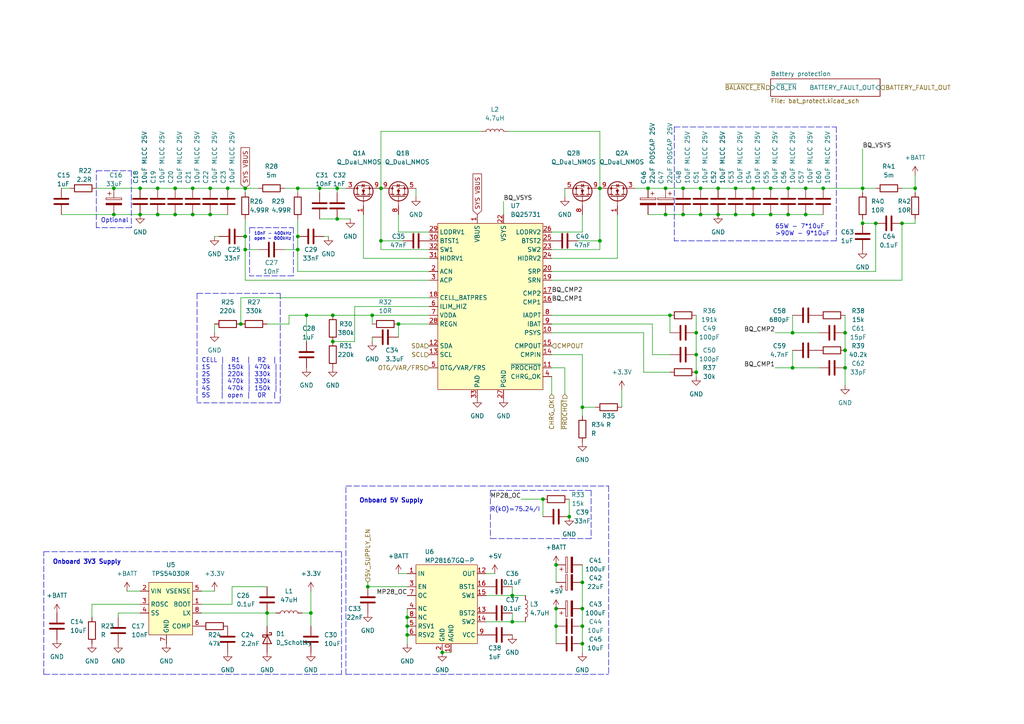
<source format=kicad_sch>
(kicad_sch (version 20211123) (generator eeschema)
  (paper "A4")
  (lib_symbols
    (symbol "Device:C" (pin_numbers hide) (pin_names (offset 0.254))
      (property "Reference" "C" (at 0.635 2.54 0))
      (property "Value" "C" (at 0.635 -2.54 0))
      (symbol "C_1_1"
        (pin passive line (at 0 3.81 270) (length 2.794) (name "~") (number "1"))
        (pin passive line (at 0 -3.81 90) (length 2.794) (name "~") (number "2"))
      )
    )
    (symbol "Device:C_Polarized" (pin_numbers hide) (pin_names (offset 0.254))
      (property "Reference" "C" (at 0.635 2.54 0))
      (property "Value" "C_Polarized" (at 0.635 -2.54 0))
      (symbol "C_Polarized_1_1"
        (pin passive line (at 0 3.81 270) (length 2.794) (name "~") (number "1"))
        (pin passive line (at 0 -3.81 90) (length 2.794) (name "~") (number "2"))
      )
    )
    (symbol "Device:D_Schottky" (pin_numbers hide) (pin_names (offset 1.016) hide)
      (property "Reference" "D" (at 0 2.54 0))
      (property "Value" "D_Schottky" (at 0 -2.54 0))
      (symbol "D_Schottky_1_1"
        (pin passive line (at -3.81 0 0) (length 2.54) (name "K") (number "1"))
        (pin passive line (at 3.81 0 180) (length 2.54) (name "A") (number "2"))
      )
    )
    (symbol "Device:L" (pin_numbers hide) (pin_names (offset 1.016) hide)
      (property "Reference" "L" (at -1.27 0 90))
      (property "Value" "L" (at 1.905 0 90))
      (symbol "L_1_1"
        (pin passive line (at 0 3.81 270) (length 1.27) (name "1") (number "1"))
        (pin passive line (at 0 -3.81 90) (length 1.27) (name "2") (number "2"))
      )
    )
    (symbol "Device:R" (pin_numbers hide) (pin_names (offset 0))
      (property "Reference" "R" (at 2.032 0 90))
      (property "Value" "R" (at 0 0 90))
      (symbol "R_1_1"
        (pin passive line (at 0 3.81 270) (length 1.27) (name "~") (number "1"))
        (pin passive line (at 0 -3.81 90) (length 1.27) (name "~") (number "2"))
      )
    )
    (symbol "airsoft_controller:BQ25731"
      (property "Reference" "U" (at 7.62 27.94 0))
      (property "Value" "BQ25731" (at 11.43 25.4 0))
      (symbol "BQ25731_0_0"
        (pin passive line (at -3.81 26.67 270) (length 2.54) (name "VBUS") (number "1"))
        (pin output line (at 17.78 -7.62 180) (length 2.54) (name "PSYS") (number "10"))
        (pin output line (at 17.78 -17.78 180) (length 2.54) (name "~{PROCHOT}") (number "11"))
        (pin bidirectional line (at -17.78 -11.43 0) (length 2.54) (name "SDA") (number "12"))
        (pin bidirectional line (at -17.78 -13.97 0) (length 2.54) (name "SCL") (number "13"))
        (pin input line (at 17.78 -13.97 180) (length 2.54) (name "CMPIN") (number "14"))
        (pin output line (at 17.78 -11.43 180) (length 2.54) (name "CMPOUT") (number "15"))
        (pin input line (at 17.78 1.27 180) (length 2.54) (name "CMP1") (number "16"))
        (pin input line (at 17.78 3.81 180) (length 2.54) (name "CMP2") (number "17"))
        (pin input line (at -17.78 2.54 0) (length 2.54) (name "CELL_BATPRES") (number "18"))
        (pin input line (at 17.78 7.62 180) (length 2.54) (name "SRN") (number "19"))
        (pin input line (at -17.78 10.16 0) (length 2.54) (name "ACN") (number "2"))
        (pin input line (at 17.78 10.16 180) (length 2.54) (name "SRP") (number "20"))
        (pin no_connect line (at -17.78 -21.59 0) (length 2.54) hide (name "NC") (number "21"))
        (pin input line (at 3.81 26.67 270) (length 2.54) (name "VSYS") (number "22"))
        (pin output line (at 17.78 16.51 180) (length 2.54) (name "SW2") (number "23"))
        (pin output line (at 17.78 13.97 180) (length 2.54) (name "HIDRV2") (number "24"))
        (pin passive line (at 17.78 19.05 180) (length 2.54) (name "BTST2") (number "25"))
        (pin output line (at 17.78 21.59 180) (length 2.54) (name "LODRV2") (number "26"))
        (pin passive line (at 3.81 -26.67 90) (length 2.54) (name "PGND") (number "27"))
        (pin power_out line (at -17.78 -5.08 0) (length 2.54) (name "REGN") (number "28"))
        (pin output line (at -17.78 21.59 0) (length 2.54) (name "LODRV1") (number "29"))
        (pin input line (at -17.78 7.62 0) (length 2.54) (name "ACP") (number "3"))
        (pin passive line (at -17.78 19.05 0) (length 2.54) (name "BTST1") (number "30"))
        (pin output line (at -17.78 13.97 0) (length 2.54) (name "HIDRV1") (number "31"))
        (pin output line (at -17.78 16.51 0) (length 2.54) (name "SW1") (number "32"))
        (pin passive line (at -3.81 -26.67 90) (length 2.54) (name "PAD") (number "33"))
        (pin output line (at 17.78 -20.32 180) (length 2.54) (name "CHRG_OK") (number "4"))
        (pin input line (at -17.78 -17.78 0) (length 2.54) (name "OTG/VAR/FRS") (number "5"))
        (pin input line (at -17.78 0 0) (length 2.54) (name "ILIM_HIZ") (number "6"))
        (pin passive line (at -17.78 -2.54 0) (length 2.54) (name "VDDA") (number "7"))
        (pin output line (at 17.78 -2.54 180) (length 2.54) (name "IADPT") (number "8"))
        (pin output line (at 17.78 -5.08 180) (length 2.54) (name "IBAT") (number "9"))
      )
    )
    (symbol "airsoft_controller:MP28167GQ-P"
      (property "Reference" "U" (at 5.08 15.24 0))
      (property "Value" "MP28167GQ-P" (at 11.43 12.7 0))
      (symbol "MP28167GQ-P_0_0"
        (pin passive line (at -11.43 8.89 0) (length 2.54) (name "IN") (number "1"))
        (pin passive line (at 1.27 -13.97 90) (length 2.54) (name "AGND") (number "10"))
        (pin passive line (at -1.27 -13.97 90) (length 2.54) hide (name "GND") (number "11"))
        (pin power_out line (at 11.43 8.89 180) (length 2.54) (name "OUT") (number "12"))
        (pin passive line (at 11.43 -2.54 180) (length 2.54) (name "BST2") (number "13"))
        (pin passive line (at 11.43 -5.08 180) (length 2.54) (name "SW2") (number "14"))
        (pin passive line (at 11.43 2.54 180) (length 2.54) (name "SW1") (number "15"))
        (pin passive line (at 11.43 5.08 180) (length 2.54) (name "BST1") (number "16"))
        (pin passive line (at -1.27 -13.97 90) (length 2.54) (name "GND") (number "2"))
        (pin input line (at -11.43 5.08 0) (length 2.54) (name "EN") (number "3"))
        (pin free line (at -11.43 -1.27 0) (length 2.54) (name "NC") (number "4"))
        (pin passive line (at -11.43 -6.35 0) (length 2.54) (name "RSV1") (number "5"))
        (pin passive line (at -11.43 -8.89 0) (length 2.54) (name "RSV2") (number "6"))
        (pin input line (at -11.43 2.54 0) (length 2.54) (name "OC") (number "7"))
        (pin free line (at -11.43 -3.81 0) (length 2.54) (name "NC") (number "8"))
        (pin passive line (at 11.43 -8.89 180) (length 2.54) (name "VCC") (number "9"))
      )
    )
    (symbol "airsoft_controller:Q_Dual_NMOS_G1D1D1D1S2S2S2G2S1" (pin_names (offset 0) hide)
      (property "Reference" "Q" (at 5.08 1.27 0))
      (property "Value" "Q_Dual_NMOS_G1D1D1D1S2S2S2G2S1" (at 5.08 -1.27 0))
      (symbol "Q_Dual_NMOS_G1D1D1D1S2S2S2G2S1_1_1"
        (pin input line (at -5.08 0 0) (length 2.54) (name "G1") (number "1"))
        (pin passive line (at 2.54 5.08 270) (length 2.54) hide (name "D1") (number "2"))
        (pin passive line (at 2.54 5.08 270) (length 2.54) (name "D1") (number "3"))
        (pin passive line (at 2.54 5.08 270) (length 2.54) hide (name "D1") (number "4"))
        (pin passive line (at 2.54 -5.08 90) (length 2.54) (name "S1/D2") (number "9"))
      )
      (symbol "Q_Dual_NMOS_G1D1D1D1S2S2S2G2S1_2_1"
        (pin passive line (at 2.54 -5.08 90) (length 2.54) (name "S2") (number "5"))
        (pin passive line (at 2.54 -5.08 90) (length 2.54) hide (name "S2") (number "6"))
        (pin passive line (at 2.54 -5.08 90) (length 2.54) hide (name "S2") (number "7"))
        (pin input line (at -5.08 0 0) (length 2.54) (name "G2") (number "8"))
        (pin passive line (at 2.54 5.08 270) (length 2.54) (name "S1/D2") (number "9"))
      )
    )
    (symbol "airsoft_controller:TPS5403DR"
      (property "Reference" "U" (at 0 11.43 0))
      (property "Value" "TPS5403DR" (at 0 8.89 0))
      (symbol "TPS5403DR_0_0"
        (pin input line (at 8.89 1.27 180) (length 2.54) (name "BOOT") (number "1"))
        (pin power_in line (at -8.89 5.08 0) (length 2.54) (name "VIN") (number "2"))
        (pin input line (at -8.89 1.27 0) (length 2.54) (name "ROSC") (number "3"))
        (pin input line (at -8.89 -1.27 0) (length 2.54) (name "SS") (number "4"))
        (pin input line (at 8.89 5.08 180) (length 2.54) (name "VSENSE") (number "5"))
        (pin input line (at 8.89 -5.08 180) (length 2.54) (name "COMP") (number "6"))
        (pin passive line (at -1.27 -10.16 90) (length 2.54) (name "GND") (number "7"))
        (pin power_out line (at 8.89 -1.27 180) (length 2.54) (name "LX") (number "8"))
      )
    )
    (symbol "power:+3.3V" (power) (pin_names (offset 0))
      (property "Value" "+3.3V" (at 0 3.556 0))
      (symbol "+3.3V_1_1"
        (pin power_in line (at 0 0 90) (length 0) hide (name "+3.3V") (number "1"))
      )
    )
    (symbol "power:+5V" (power) (pin_names (offset 0))
      (property "Value" "+5V" (at 0 3.556 0))
      (symbol "+5V_1_1"
        (pin power_in line (at 0 0 90) (length 0) hide (name "+5V") (number "1"))
      )
    )
    (symbol "power:+BATT" (power) (pin_names (offset 0))
      (property "Value" "+BATT" (at 0 3.556 0))
      (symbol "+BATT_1_1"
        (pin power_in line (at 0 0 90) (length 0) hide (name "+BATT") (number "1"))
      )
    )
    (symbol "power:GND" (power) (pin_names (offset 0))
      (property "Value" "GND" (at 0 -3.81 0))
      (symbol "GND_1_1"
        (pin power_in line (at 0 0 270) (length 0) hide (name "GND") (number "1"))
      )
    )
  )
  (junction (at 228.6 54.61))
  (junction (at 165.1 149.86))
  (junction (at 238.76 54.61))
  (junction (at 77.47 177.8))
  (junction (at 106.68 170.18))
  (junction (at 203.2 62.23))
  (junction (at 86.36 72.39))
  (junction (at 194.31 91.44))
  (junction (at 229.87 96.52))
  (junction (at 118.11 184.15))
  (junction (at 107.95 91.44))
  (junction (at 233.68 62.23))
  (junction (at 90.17 177.8))
  (junction (at 223.52 62.23))
  (junction (at 66.04 54.61))
  (junction (at 97.79 54.61))
  (junction (at 201.93 107.95))
  (junction (at 55.88 62.23))
  (junction (at 168.91 186.69))
  (junction (at 86.36 68.58))
  (junction (at 71.12 54.61))
  (junction (at 118.11 181.61))
  (junction (at 168.91 168.91))
  (junction (at 110.49 54.61))
  (junction (at 213.36 62.23))
  (junction (at 128.27 189.23))
  (junction (at 233.68 54.61))
  (junction (at 245.11 96.52))
  (junction (at 223.52 54.61))
  (junction (at 208.28 62.23))
  (junction (at 193.04 62.23))
  (junction (at 33.02 62.23))
  (junction (at 40.64 62.23))
  (junction (at 173.99 54.61))
  (junction (at 168.91 118.11))
  (junction (at 218.44 54.61))
  (junction (at 201.93 102.87))
  (junction (at 110.49 69.85))
  (junction (at 228.6 62.23))
  (junction (at 168.91 176.53))
  (junction (at 203.2 54.61))
  (junction (at 250.19 54.61))
  (junction (at 96.52 99.06))
  (junction (at 88.9 91.44))
  (junction (at 69.85 93.98))
  (junction (at 208.28 54.61))
  (junction (at 50.8 62.23))
  (junction (at 193.04 54.61))
  (junction (at 161.29 181.61))
  (junction (at 148.59 172.72))
  (junction (at 187.96 54.61))
  (junction (at 45.72 54.61))
  (junction (at 213.36 54.61))
  (junction (at 245.11 101.6))
  (junction (at 250.19 64.77))
  (junction (at 115.57 93.98))
  (junction (at 118.11 179.07))
  (junction (at 161.29 176.53))
  (junction (at 261.62 64.77))
  (junction (at 229.87 106.68))
  (junction (at 96.52 91.44))
  (junction (at 55.88 54.61))
  (junction (at 40.64 54.61))
  (junction (at 71.12 68.58))
  (junction (at 168.91 181.61))
  (junction (at 92.71 54.61))
  (junction (at 198.12 54.61))
  (junction (at 218.44 62.23))
  (junction (at 161.29 163.83))
  (junction (at 148.59 180.34))
  (junction (at 86.36 54.61))
  (junction (at 60.96 54.61))
  (junction (at 201.93 96.52))
  (junction (at 157.48 144.78))
  (junction (at 245.11 106.68))
  (junction (at 45.72 62.23))
  (junction (at 254 64.77))
  (junction (at 33.02 54.61))
  (junction (at 265.43 54.61))
  (junction (at 198.12 62.23))
  (junction (at 71.12 72.39))
  (junction (at 50.8 54.61))
  (junction (at 173.99 69.85))
  (junction (at 97.79 63.5))
  (junction (at 60.96 62.23))
  (wire (pts (xy 118.11 181.61) (xy 118.11 184.15)))
  (wire (pts (xy 161.29 163.83) (xy 161.29 168.91)))
  (polyline (pts (xy 242.57 36.83) (xy 242.57 69.85)))
  (wire (pts (xy 186.69 107.95) (xy 194.31 107.95)))
  (wire (pts (xy 36.83 171.45) (xy 40.64 171.45)))
  (wire (pts (xy 245.11 101.6) (xy 245.11 106.68)))
  (wire (pts (xy 265.43 54.61) (xy 265.43 55.88)))
  (polyline (pts (xy 195.58 36.83) (xy 242.57 36.83)))
  (polyline (pts (xy 38.1 49.53) (xy 38.1 66.04)))
  (wire (pts (xy 168.91 67.31) (xy 160.02 67.31)))
  (wire (pts (xy 124.46 88.9) (xy 102.87 88.9)))
  (wire (pts (xy 228.6 62.23) (xy 233.68 62.23)))
  (wire (pts (xy 45.72 54.61) (xy 50.8 54.61)))
  (wire (pts (xy 90.17 177.8) (xy 90.17 181.61)))
  (wire (pts (xy 77.47 177.8) (xy 80.01 177.8)))
  (wire (pts (xy 180.34 113.03) (xy 180.34 118.11)))
  (wire (pts (xy 77.47 93.98) (xy 83.82 93.98)))
  (wire (pts (xy 245.11 106.68) (xy 245.11 111.76)))
  (wire (pts (xy 33.02 54.61) (xy 40.64 54.61)))
  (wire (pts (xy 120.65 54.61) (xy 120.65 57.15)))
  (wire (pts (xy 102.87 99.06) (xy 96.52 99.06)))
  (wire (pts (xy 148.59 172.72) (xy 152.4 172.72)))
  (wire (pts (xy 71.12 81.28) (xy 124.46 81.28)))
  (wire (pts (xy 106.68 168.91) (xy 106.68 170.18)))
  (wire (pts (xy 160.02 91.44) (xy 194.31 91.44)))
  (wire (pts (xy 218.44 54.61) (xy 223.52 54.61)))
  (wire (pts (xy 17.78 62.23) (xy 33.02 62.23)))
  (wire (pts (xy 124.46 72.39) (xy 110.49 72.39)))
  (wire (pts (xy 168.91 102.87) (xy 168.91 118.11)))
  (wire (pts (xy 265.43 54.61) (xy 261.62 54.61)))
  (wire (pts (xy 50.8 62.23) (xy 55.88 62.23)))
  (wire (pts (xy 33.02 62.23) (xy 40.64 62.23)))
  (wire (pts (xy 168.91 120.65) (xy 168.91 118.11)))
  (wire (pts (xy 223.52 62.23) (xy 228.6 62.23)))
  (wire (pts (xy 60.96 62.23) (xy 66.04 62.23)))
  (wire (pts (xy 186.69 96.52) (xy 186.69 107.95)))
  (wire (pts (xy 140.97 180.34) (xy 148.59 180.34)))
  (wire (pts (xy 233.68 62.23) (xy 238.76 62.23)))
  (polyline (pts (xy 176.53 140.97) (xy 176.53 195.58)))
  (wire (pts (xy 45.72 62.23) (xy 50.8 62.23)))
  (polyline (pts (xy 142.24 142.24) (xy 171.45 142.24)))
  (wire (pts (xy 139.7 38.1) (xy 110.49 38.1)))
  (wire (pts (xy 115.57 67.31) (xy 124.46 67.31)))
  (wire (pts (xy 165.1 144.78) (xy 165.1 149.86)))
  (wire (pts (xy 238.76 54.61) (xy 250.19 54.61)))
  (wire (pts (xy 237.49 106.68) (xy 229.87 106.68)))
  (wire (pts (xy 147.32 38.1) (xy 173.99 38.1)))
  (wire (pts (xy 179.07 74.93) (xy 160.02 74.93)))
  (wire (pts (xy 254 78.74) (xy 254 64.77)))
  (wire (pts (xy 140.97 172.72) (xy 148.59 172.72)))
  (wire (pts (xy 71.12 63.5) (xy 71.12 68.58)))
  (wire (pts (xy 168.91 181.61) (xy 168.91 186.69)))
  (wire (pts (xy 97.79 55.88) (xy 97.79 54.61)))
  (wire (pts (xy 198.12 54.61) (xy 203.2 54.61)))
  (polyline (pts (xy 100.33 140.97) (xy 176.53 140.97)))
  (wire (pts (xy 203.2 54.61) (xy 208.28 54.61)))
  (wire (pts (xy 163.83 106.68) (xy 160.02 106.68)))
  (wire (pts (xy 194.31 91.44) (xy 194.31 96.52)))
  (wire (pts (xy 201.93 91.44) (xy 201.93 96.52)))
  (wire (pts (xy 40.64 54.61) (xy 45.72 54.61)))
  (wire (pts (xy 110.49 38.1) (xy 110.49 54.61)))
  (wire (pts (xy 161.29 181.61) (xy 161.29 186.69)))
  (wire (pts (xy 184.15 54.61) (xy 187.96 54.61)))
  (wire (pts (xy 160.02 102.87) (xy 168.91 102.87)))
  (wire (pts (xy 250.19 43.18) (xy 250.19 54.61)))
  (wire (pts (xy 201.93 107.95) (xy 201.93 109.22)))
  (wire (pts (xy 60.96 54.61) (xy 66.04 54.61)))
  (wire (pts (xy 107.95 91.44) (xy 107.95 93.98)))
  (wire (pts (xy 148.59 177.8) (xy 148.59 180.34)))
  (wire (pts (xy 26.67 179.07) (xy 26.67 175.26)))
  (wire (pts (xy 71.12 54.61) (xy 71.12 55.88)))
  (polyline (pts (xy 100.33 195.58) (xy 100.33 140.97)))
  (wire (pts (xy 160.02 93.98) (xy 189.23 93.98)))
  (wire (pts (xy 92.71 54.61) (xy 86.36 54.61)))
  (wire (pts (xy 161.29 176.53) (xy 161.29 181.61)))
  (polyline (pts (xy 27.94 66.04) (xy 27.94 49.53)))
  (wire (pts (xy 146.05 58.42) (xy 146.05 62.23)))
  (wire (pts (xy 96.52 91.44) (xy 107.95 91.44)))
  (wire (pts (xy 34.29 177.8) (xy 40.64 177.8)))
  (wire (pts (xy 88.9 91.44) (xy 88.9 99.06)))
  (wire (pts (xy 110.49 72.39) (xy 110.49 69.85)))
  (wire (pts (xy 118.11 184.15) (xy 118.11 186.69)))
  (wire (pts (xy 198.12 62.23) (xy 203.2 62.23)))
  (wire (pts (xy 168.91 168.91) (xy 168.91 176.53)))
  (wire (pts (xy 187.96 62.23) (xy 193.04 62.23)))
  (polyline (pts (xy 242.57 69.85) (xy 195.58 69.85)))
  (polyline (pts (xy 85.09 66.04) (xy 85.09 80.01)))
  (wire (pts (xy 140.97 166.37) (xy 143.51 166.37)))
  (wire (pts (xy 88.9 91.44) (xy 96.52 91.44)))
  (wire (pts (xy 187.96 54.61) (xy 193.04 54.61)))
  (wire (pts (xy 228.6 54.61) (xy 233.68 54.61)))
  (wire (pts (xy 245.11 96.52) (xy 245.11 101.6)))
  (wire (pts (xy 250.19 63.5) (xy 250.19 64.77)))
  (polyline (pts (xy 72.39 66.04) (xy 85.09 66.04)))
  (wire (pts (xy 168.91 163.83) (xy 168.91 168.91)))
  (wire (pts (xy 229.87 91.44) (xy 229.87 96.52)))
  (wire (pts (xy 86.36 55.88) (xy 86.36 54.61)))
  (wire (pts (xy 86.36 54.61) (xy 82.55 54.61)))
  (wire (pts (xy 148.59 180.34) (xy 152.4 180.34)))
  (wire (pts (xy 163.83 54.61) (xy 163.83 57.15)))
  (wire (pts (xy 115.57 93.98) (xy 115.57 97.79)))
  (wire (pts (xy 69.85 86.36) (xy 69.85 93.98)))
  (wire (pts (xy 173.99 72.39) (xy 173.99 69.85)))
  (wire (pts (xy 128.27 189.23) (xy 130.81 189.23)))
  (wire (pts (xy 233.68 54.61) (xy 238.76 54.61)))
  (wire (pts (xy 229.87 106.68) (xy 224.79 106.68)))
  (wire (pts (xy 66.04 54.61) (xy 71.12 54.61)))
  (wire (pts (xy 118.11 176.53) (xy 118.11 179.07)))
  (wire (pts (xy 67.31 170.18) (xy 77.47 170.18)))
  (wire (pts (xy 213.36 54.61) (xy 218.44 54.61)))
  (wire (pts (xy 223.52 54.61) (xy 228.6 54.61)))
  (wire (pts (xy 172.72 118.11) (xy 168.91 118.11)))
  (wire (pts (xy 229.87 96.52) (xy 224.79 96.52)))
  (wire (pts (xy 261.62 64.77) (xy 261.62 81.28)))
  (wire (pts (xy 86.36 72.39) (xy 86.36 78.74)))
  (polyline (pts (xy 81.28 116.84) (xy 57.15 116.84)))
  (wire (pts (xy 50.8 54.61) (xy 55.88 54.61)))
  (wire (pts (xy 201.93 96.52) (xy 201.93 102.87)))
  (polyline (pts (xy 57.15 85.09) (xy 81.28 85.09)))
  (wire (pts (xy 102.87 88.9) (xy 102.87 99.06)))
  (wire (pts (xy 27.94 54.61) (xy 33.02 54.61)))
  (polyline (pts (xy 100.33 195.58) (xy 176.53 195.58)))
  (wire (pts (xy 160.02 114.3) (xy 160.02 109.22)))
  (wire (pts (xy 92.71 54.61) (xy 92.71 55.88)))
  (wire (pts (xy 261.62 81.28) (xy 160.02 81.28)))
  (wire (pts (xy 148.59 170.18) (xy 148.59 172.72)))
  (wire (pts (xy 105.41 62.23) (xy 105.41 74.93)))
  (wire (pts (xy 97.79 54.61) (xy 100.33 54.61)))
  (wire (pts (xy 173.99 54.61) (xy 173.99 69.85)))
  (polyline (pts (xy 99.06 160.02) (xy 99.06 195.58)))
  (wire (pts (xy 118.11 179.07) (xy 118.11 181.61)))
  (wire (pts (xy 265.43 64.77) (xy 261.62 64.77)))
  (polyline (pts (xy 85.09 80.01) (xy 72.39 80.01)))
  (wire (pts (xy 173.99 38.1) (xy 173.99 54.61)))
  (wire (pts (xy 213.36 62.23) (xy 218.44 62.23)))
  (wire (pts (xy 90.17 171.45) (xy 90.17 177.8)))
  (wire (pts (xy 97.79 54.61) (xy 92.71 54.61)))
  (wire (pts (xy 193.04 54.61) (xy 198.12 54.61)))
  (wire (pts (xy 115.57 166.37) (xy 118.11 166.37)))
  (wire (pts (xy 34.29 177.8) (xy 34.29 179.07)))
  (wire (pts (xy 179.07 62.23) (xy 179.07 74.93)))
  (wire (pts (xy 83.82 91.44) (xy 88.9 91.44)))
  (polyline (pts (xy 171.45 156.21) (xy 142.24 156.21)))
  (wire (pts (xy 189.23 102.87) (xy 194.31 102.87)))
  (wire (pts (xy 77.47 177.8) (xy 77.47 181.61)))
  (polyline (pts (xy 195.58 36.83) (xy 195.58 69.85)))
  (wire (pts (xy 160.02 72.39) (xy 173.99 72.39)))
  (wire (pts (xy 168.91 176.53) (xy 168.91 181.61)))
  (wire (pts (xy 107.95 91.44) (xy 124.46 91.44)))
  (wire (pts (xy 110.49 69.85) (xy 110.49 54.61)))
  (polyline (pts (xy 12.7 195.58) (xy 12.7 160.02)))
  (wire (pts (xy 151.13 144.78) (xy 157.48 144.78)))
  (polyline (pts (xy 171.45 142.24) (xy 171.45 156.21)))
  (wire (pts (xy 208.28 54.61) (xy 213.36 54.61)))
  (polyline (pts (xy 81.28 85.09) (xy 81.28 116.84)))
  (wire (pts (xy 254 64.77) (xy 250.19 64.77)))
  (wire (pts (xy 173.99 69.85) (xy 167.64 69.85)))
  (wire (pts (xy 168.91 186.69) (xy 168.91 189.23)))
  (wire (pts (xy 245.11 91.44) (xy 245.11 96.52)))
  (wire (pts (xy 71.12 72.39) (xy 74.93 72.39)))
  (polyline (pts (xy 38.1 66.04) (xy 27.94 66.04)))
  (wire (pts (xy 193.04 62.23) (xy 198.12 62.23)))
  (wire (pts (xy 124.46 78.74) (xy 86.36 78.74)))
  (polyline (pts (xy 57.15 85.09) (xy 57.15 116.84)))
  (wire (pts (xy 115.57 62.23) (xy 115.57 67.31)))
  (wire (pts (xy 163.83 114.3) (xy 163.83 106.68)))
  (wire (pts (xy 106.68 170.18) (xy 118.11 170.18)))
  (wire (pts (xy 83.82 93.98) (xy 83.82 91.44)))
  (wire (pts (xy 87.63 177.8) (xy 90.17 177.8)))
  (wire (pts (xy 69.85 86.36) (xy 124.46 86.36)))
  (polyline (pts (xy 142.24 142.24) (xy 142.24 156.21)))
  (wire (pts (xy 55.88 62.23) (xy 60.96 62.23)))
  (wire (pts (xy 201.93 102.87) (xy 201.93 107.95)))
  (wire (pts (xy 40.64 62.23) (xy 45.72 62.23)))
  (polyline (pts (xy 99.06 195.58) (xy 12.7 195.58)))
  (wire (pts (xy 250.19 55.88) (xy 250.19 54.61)))
  (wire (pts (xy 203.2 62.23) (xy 208.28 62.23)))
  (wire (pts (xy 86.36 72.39) (xy 86.36 68.58)))
  (wire (pts (xy 95.25 68.58) (xy 93.98 68.58)))
  (wire (pts (xy 58.42 171.45) (xy 62.23 171.45)))
  (wire (pts (xy 67.31 175.26) (xy 67.31 170.18)))
  (wire (pts (xy 26.67 175.26) (xy 40.64 175.26)))
  (wire (pts (xy 250.19 54.61) (xy 254 54.61)))
  (wire (pts (xy 101.6 63.5) (xy 97.79 63.5)))
  (wire (pts (xy 86.36 72.39) (xy 82.55 72.39)))
  (wire (pts (xy 105.41 74.93) (xy 124.46 74.93)))
  (wire (pts (xy 160.02 78.74) (xy 254 78.74)))
  (wire (pts (xy 58.42 175.26) (xy 67.31 175.26)))
  (wire (pts (xy 229.87 101.6) (xy 229.87 106.68)))
  (wire (pts (xy 86.36 63.5) (xy 86.36 68.58)))
  (polyline (pts (xy 12.7 160.02) (xy 99.06 160.02)))
  (wire (pts (xy 55.88 54.61) (xy 60.96 54.61)))
  (wire (pts (xy 189.23 93.98) (xy 189.23 102.87)))
  (wire (pts (xy 115.57 93.98) (xy 124.46 93.98)))
  (wire (pts (xy 71.12 72.39) (xy 71.12 81.28)))
  (wire (pts (xy 265.43 50.8) (xy 265.43 54.61)))
  (wire (pts (xy 208.28 62.23) (xy 213.36 62.23)))
  (wire (pts (xy 17.78 54.61) (xy 20.32 54.61)))
  (wire (pts (xy 237.49 96.52) (xy 229.87 96.52)))
  (wire (pts (xy 218.44 62.23) (xy 223.52 62.23)))
  (wire (pts (xy 160.02 96.52) (xy 186.69 96.52)))
  (wire (pts (xy 265.43 63.5) (xy 265.43 64.77)))
  (wire (pts (xy 62.23 93.98) (xy 62.23 96.52)))
  (wire (pts (xy 58.42 177.8) (xy 77.47 177.8)))
  (wire (pts (xy 62.23 68.58) (xy 63.5 68.58)))
  (wire (pts (xy 92.71 63.5) (xy 97.79 63.5)))
  (wire (pts (xy 71.12 72.39) (xy 71.12 68.58)))
  (polyline (pts (xy 72.39 66.04) (xy 72.39 80.01)))
  (wire (pts (xy 168.91 62.23) (xy 168.91 67.31)))
  (wire (pts (xy 107.95 97.79) (xy 107.95 99.06)))
  (wire (pts (xy 71.12 54.61) (xy 74.93 54.61)))
  (wire (pts (xy 157.48 144.78) (xy 157.48 149.86)))
  (polyline (pts (xy 27.94 49.53) (xy 38.1 49.53)))
  (wire (pts (xy 110.49 69.85) (xy 116.84 69.85)))
  (text "65W - 7*10uF\n>90W - 9*10uF" (at 224.79 68.58 0) (effects (font (size 1.27 1.27)) (justify left bottom)))
  (text "CELL |  R1  |  R2  |\n1S   | 150k | 470k |\n2S   | 220k | 330k |\n3S   | 470k | 330k |\n4S   | 470k | 150k |\n5S   | open |  0R  |" (at 58.42 115.57 0) (effects (font (size 1.27 1.27)) (justify left bottom)))
  (text "R(kO)=75.24/I" (at 142.24 148.59 0) (effects (font (size 1.27 1.27)) (justify left bottom)))
  (text "Onboard 3V3 Supply" (at 15.24 163.83 0) (effects (font (size 1.27 1.27) (thickness 0.254) bold) (justify left bottom)))
  (text "Optional" (at 29.21 64.77 0) (effects (font (size 1.27 1.27)) (justify left bottom)))
  (text "10nF - 400kHz\nopen - 800kHz" (at 73.66 69.85 0) (effects (font (size 0.9 0.9)) (justify left bottom)))
  (text "Onboard 5V Supply" (at 104.14 146.05 0) (effects (font (size 1.27 1.27) bold) (justify left bottom)))
  (label "BQ_CMP1" (at 224.79 106.68 180))
  (label "MP28_OC" (at 151.13 144.78 180))
  (label "BQ_CMP2" (at 224.79 96.52 180))
  (label "BQ_CMP2" (at 160.02 85.09 0))
  (label "BQ_VSYS" (at 250.19 43.18 0))
  (label "MP28_OC" (at 118.11 172.72 180))
  (label "BQ_VSYS" (at 146.05 58.42 0))
  (label "BQ_CMP1" (at 160.02 87.63 0))
  (global_label "SYS VBUS" (shape input) (at 138.43 62.23 90) (property "Intersheet References" "${INTERSHEET_REFS}" (effects hide)))
  (global_label "SYS VBUS" (shape input) (at 71.12 54.61 90) (property "Intersheet References" "${INTERSHEET_REFS}" (effects hide)))
  (hierarchical_label "SCL" (shape input) (at 124.46 102.87 180))
  (hierarchical_label "CMPOUT" (shape input) (at 160.02 100.33 0))
  (hierarchical_label "SDA" (shape input) (at 124.46 100.33 180))
  (hierarchical_label "CHRG_OK" (shape input) (at 160.02 114.3 270))
  (hierarchical_label "OTG{slash}VAR{slash}FRS" (shape input) (at 124.46 106.68 180))
  (hierarchical_label "~{BALANCE_EN}" (shape input) (at 223.52 25.4 180))
  (hierarchical_label "5V_SUPPLY_EN" (shape input) (at 106.68 168.91 90))
  (hierarchical_label "BATTERY_FAULT_OUT" (shape input) (at 255.27 25.4 0))
  (hierarchical_label "~{PROCHOT}" (shape input) (at 163.83 114.3 270))
  (symbol (lib_id "Device:R") (at 86.36 59.69 0) (unit 1)
    (property "Reference" "R29" (at 78.74 58.42 0) (effects (justify left)))
    (property "Value" "4.99R" (at 78.74 60.96 0) (effects (justify left)))
    (property "Footprint" "Resistor_SMD:R_0603_1608Metric_Pad0.98x0.95mm_HandSolder" (effects hide))
  )
  (symbol (lib_id "Device:C") (at 144.78 177.8 90) (unit 1)
    (property "Reference" "C37" (at 148.59 173.99 90))
    (property "Value" "0.1uF" (at 148.59 176.53 90))
    (property "Footprint" "Capacitor_SMD:C_0603_1608Metric_Pad1.08x0.95mm_HandSolder" (effects hide))
  )
  (symbol (lib_id "power:GND") (at 250.19 72.39 0) (mirror y) (unit 1)
    (property "Reference" "#PWR072" (effects hide))
    (property "Value" "GND" (at 250.19 77.47 0))
  )
  (symbol (lib_id "Device:L") (at 143.51 38.1 90) (unit 1)
    (property "Reference" "L2" (at 143.51 31.75 90))
    (property "Value" "4.7uH" (at 143.51 34.29 90))
    (property "Footprint" "airsoft_controller:Inductor_SRP1265C" (effects hide))
  )
  (symbol (lib_id "Device:C") (at 228.6 58.42 0) (mirror x) (unit 1)
    (property "Reference" "C56" (at 227.33 53.34 90) (effects (justify right)))
    (property "Value" "10uF MLCC 25V" (at 229.87 53.34 90) (effects (justify right)))
    (property "Footprint" "Capacitor_SMD:C_0805_2012Metric_Pad1.18x1.45mm_HandSolder" (effects hide))
  )
  (symbol (lib_id "power:GND") (at 165.1 149.86 0) (unit 1)
    (property "Reference" "#PWR065" (effects hide))
    (property "Value" "GND" (at 165.1 154.94 0))
  )
  (symbol (lib_id "Device:C") (at 90.17 185.42 180) (unit 1)
    (property "Reference" "C30" (at 93.98 184.1499 0) (effects (justify right)))
    (property "Value" "10uF" (at 93.98 186.6899 0) (effects (justify right)))
    (property "Footprint" "Capacitor_SMD:C_0805_2012Metric_Pad1.18x1.45mm_HandSolder" (effects hide))
  )
  (symbol (lib_id "Device:C") (at 97.79 59.69 180) (unit 1)
    (property "Reference" "C32" (at 96.52 50.8 0) (effects (justify right)))
    (property "Value" "1nF" (at 96.52 53.34 0) (effects (justify right)))
    (property "Footprint" "Capacitor_SMD:C_0603_1608Metric_Pad1.08x0.95mm_HandSolder" (effects hide))
  )
  (symbol (lib_id "Device:R") (at 96.52 102.87 0) (unit 1)
    (property "Reference" "R31" (at 100.33 100.33 0))
    (property "Value" "220k" (at 100.33 102.87 0))
    (property "Footprint" "Resistor_SMD:R_0603_1608Metric_Pad0.98x0.95mm_HandSolder" (effects hide))
  )
  (symbol (lib_id "Device:R") (at 71.12 59.69 0) (unit 1)
    (property "Reference" "R26" (at 72.39 58.42 0) (effects (justify left)))
    (property "Value" "4.99R" (at 72.39 60.96 0) (effects (justify left)))
    (property "Footprint" "Resistor_SMD:R_0603_1608Metric_Pad0.98x0.95mm_HandSolder" (effects hide))
  )
  (symbol (lib_id "Device:R") (at 176.53 118.11 270) (unit 1)
    (property "Reference" "R35" (at 176.53 120.65 90))
    (property "Value" "R" (at 176.53 123.19 90))
    (property "Footprint" "Resistor_SMD:R_0603_1608Metric_Pad0.98x0.95mm_HandSolder" (effects hide))
  )
  (symbol (lib_id "Device:C") (at 120.65 69.85 270) (unit 1)
    (property "Reference" "C35" (at 115.57 68.58 90))
    (property "Value" "47nF" (at 115.57 71.12 90))
    (property "Footprint" "Capacitor_SMD:C_0603_1608Metric_Pad1.08x0.95mm_HandSolder" (effects hide))
  )
  (symbol (lib_id "power:GND") (at 16.51 185.42 0) (unit 1)
    (property "Reference" "#PWR035" (effects hide))
    (property "Value" "GND" (at 16.51 190.5 0))
  )
  (symbol (lib_id "power:GND") (at 96.52 106.68 0) (unit 1)
    (property "Reference" "#PWR050" (effects hide))
    (property "Value" "GND" (at 96.52 111.76 0))
  )
  (symbol (lib_id "power:GND") (at 120.65 57.15 0) (unit 1)
    (property "Reference" "#PWR055" (effects hide))
    (property "Value" "GND" (at 120.65 62.23 0))
  )
  (symbol (lib_id "power:GND") (at 168.91 128.27 0) (unit 1)
    (property "Reference" "#PWR066" (effects hide))
    (property "Value" "GND" (at 168.91 133.35 0))
  )
  (symbol (lib_id "Device:C") (at 34.29 182.88 0) (unit 1)
    (property "Reference" "C17" (at 38.1 181.6099 0) (effects (justify left)))
    (property "Value" "10nF" (at 38.1 184.1499 0) (effects (justify left)))
    (property "Footprint" "Capacitor_SMD:C_0603_1608Metric_Pad1.08x0.95mm_HandSolder" (effects hide))
  )
  (symbol (lib_id "power:GND") (at 168.91 189.23 0) (unit 1)
    (property "Reference" "#PWR067" (effects hide))
    (property "Value" "GND" (at 168.91 194.31 0))
  )
  (symbol (lib_id "Device:R") (at 265.43 59.69 0) (mirror y) (unit 1)
    (property "Reference" "R42" (at 260.35 58.42 0) (effects (justify right)))
    (property "Value" "10R" (at 260.35 60.96 0) (effects (justify right)))
    (property "Footprint" "Resistor_SMD:R_0603_1608Metric_Pad0.98x0.95mm_HandSolder" (effects hide))
  )
  (symbol (lib_id "Device:C") (at 67.31 68.58 270) (unit 1)
    (property "Reference" "C25" (at 69.85 72.39 90) (effects (justify right)))
    (property "Value" "33nF" (at 69.85 74.93 90) (effects (justify right)))
    (property "Footprint" "Capacitor_SMD:C_0603_1608Metric_Pad1.08x0.95mm_HandSolder" (effects hide))
  )
  (symbol (lib_id "Device:C") (at 233.68 101.6 90) (unit 1)
    (property "Reference" "C59" (at 226.06 100.33 90))
    (property "Value" "4.7nF" (at 226.06 102.87 90))
    (property "Footprint" "Capacitor_SMD:C_0603_1608Metric_Pad1.08x0.95mm_HandSolder" (effects hide))
  )
  (symbol (lib_id "Device:D_Schottky") (at 77.47 185.42 270) (unit 1)
    (property "Reference" "D1" (at 80.01 183.8324 90) (effects (justify left)))
    (property "Value" "D_Schottky" (at 80.01 186.3724 90) (effects (justify left)))
    (property "Footprint" "Diode_SMD:D_SMB" (effects hide))
  )
  (symbol (lib_id "Device:R") (at 78.74 54.61 90) (unit 1)
    (property "Reference" "R28" (at 78.74 48.26 90))
    (property "Value" "5m" (at 78.74 50.8 90))
    (property "Footprint" "Resistor_SMD:R_0612_1632Metric_Pad1.18x3.40mm_HandSolder" (effects hide))
  )
  (symbol (lib_id "power:+BATT") (at 115.57 166.37 0) (unit 1)
    (property "Reference" "#PWR056" (effects hide))
    (property "Value" "+BATT" (at 115.57 161.29 0))
  )
  (symbol (lib_id "power:GND") (at 245.11 111.76 0) (unit 1)
    (property "Reference" "#PWR071" (effects hide))
    (property "Value" "GND" (at 245.11 116.84 0))
  )
  (symbol (lib_id "power:GND") (at 34.29 186.69 0) (unit 1)
    (property "Reference" "#PWR037" (effects hide))
    (property "Value" "GND" (at 34.29 191.77 0))
  )
  (symbol (lib_id "Device:C") (at 78.74 72.39 90) (unit 1)
    (property "Reference" "C27" (at 78.74 76.2 90))
    (property "Value" "10nF" (at 78.74 78.74 90))
    (property "Footprint" "Capacitor_SMD:C_0603_1608Metric_Pad1.08x0.95mm_HandSolder" (effects hide))
  )
  (symbol (lib_id "Device:C_Polarized") (at 165.1 163.83 90) (unit 1)
    (property "Reference" "C41" (at 172.72 162.56 90))
    (property "Value" "100uF" (at 172.72 165.1 90))
    (property "Footprint" "Capacitor_SMD:CP_Elec_6.3x7.7" (effects hide))
  )
  (symbol (lib_id "Device:C") (at 257.81 64.77 270) (mirror x) (unit 1)
    (property "Reference" "C64" (at 257.81 68.58 90))
    (property "Value" "0.1uF" (at 257.81 71.12 90))
    (property "Footprint" "Capacitor_SMD:C_0603_1608Metric_Pad1.08x0.95mm_HandSolder" (effects hide))
  )
  (symbol (lib_id "Device:C") (at 92.71 59.69 180) (unit 1)
    (property "Reference" "C31" (at 91.44 50.8 0) (effects (justify right)))
    (property "Value" "10nF" (at 91.44 53.34 0) (effects (justify right)))
    (property "Footprint" "Capacitor_SMD:C_0603_1608Metric_Pad1.08x0.95mm_HandSolder" (effects hide))
  )
  (symbol (lib_id "Device:C") (at 213.36 58.42 0) (mirror x) (unit 1)
    (property "Reference" "C53" (at 212.09 53.34 90) (effects (justify right)))
    (property "Value" "10uF MLCC 25V" (at 214.63 53.34 90) (effects (justify right)))
    (property "Footprint" "Capacitor_SMD:C_0805_2012Metric_Pad1.18x1.45mm_HandSolder" (effects hide))
  )
  (symbol (lib_id "Device:C") (at 90.17 68.58 90) (unit 1)
    (property "Reference" "C29" (at 90.17 72.39 90))
    (property "Value" "33nF" (at 90.17 74.93 90))
    (property "Footprint" "Capacitor_SMD:C_0603_1608Metric_Pad1.08x0.95mm_HandSolder" (effects hide))
  )
  (symbol (lib_id "Device:R") (at 62.23 181.61 90) (unit 1)
    (property "Reference" "R24" (at 62.23 184.15 90))
    (property "Value" "47k" (at 62.23 186.69 90))
    (property "Footprint" "Resistor_SMD:R_0603_1608Metric_Pad0.98x0.95mm_HandSolder" (effects hide))
  )
  (symbol (lib_id "power:GND") (at 138.43 115.57 0) (unit 1)
    (property "Reference" "#PWR059" (effects hide))
    (property "Value" "GND" (at 138.43 120.65 0))
  )
  (symbol (lib_id "Device:R") (at 168.91 124.46 180) (unit 1)
    (property "Reference" "R34" (at 171.45 123.1899 0) (effects (justify right)))
    (property "Value" "R" (at 171.45 125.7299 0) (effects (justify right)))
    (property "Footprint" "Resistor_SMD:R_0603_1608Metric_Pad0.98x0.95mm_HandSolder" (effects hide))
  )
  (symbol (lib_id "power:+5V") (at 161.29 176.53 0) (unit 1)
    (property "Reference" "#PWR063" (effects hide))
    (property "Value" "+5V" (at 161.29 171.45 0))
  )
  (symbol (lib_id "power:+BATT") (at 16.51 177.8 0) (unit 1)
    (property "Reference" "#PWR034" (effects hide))
    (property "Value" "+BATT" (at 16.51 172.72 0))
  )
  (symbol (lib_id "Device:R") (at 24.13 54.61 90) (unit 1)
    (property "Reference" "R22" (at 26.67 49.53 90) (effects (justify left)))
    (property "Value" "2.2R" (at 26.67 52.07 90) (effects (justify left)))
    (property "Footprint" "Resistor_SMD:R_0603_1608Metric_Pad0.98x0.95mm_HandSolder" (effects hide))
  )
  (symbol (lib_id "Device:C") (at 88.9 102.87 180) (unit 1)
    (property "Reference" "C28" (at 87.63 95.25 0) (effects (justify right)))
    (property "Value" "1uF" (at 87.63 97.79 0) (effects (justify right)))
    (property "Footprint" "Capacitor_SMD:C_0603_1608Metric_Pad1.08x0.95mm_HandSolder" (effects hide))
  )
  (symbol (lib_id "power:GND") (at 62.23 96.52 0) (unit 1)
    (property "Reference" "#PWR042" (effects hide))
    (property "Value" "GND" (at 62.23 101.6 0))
  )
  (symbol (lib_id "power:GND") (at 118.11 186.69 0) (unit 1)
    (property "Reference" "#PWR054" (effects hide))
    (property "Value" "GND" (at 118.11 191.77 0))
  )
  (symbol (lib_id "power:GND") (at 88.9 106.68 0) (unit 1)
    (property "Reference" "#PWR046" (effects hide))
    (property "Value" "GND" (at 88.9 111.76 0))
  )
  (symbol (lib_id "Device:R") (at 250.19 59.69 0) (mirror y) (unit 1)
    (property "Reference" "R40" (at 256.54 58.42 0) (effects (justify left)))
    (property "Value" "10R" (at 256.54 60.96 0) (effects (justify left)))
    (property "Footprint" "Resistor_SMD:R_0603_1608Metric_Pad0.98x0.95mm_HandSolder" (effects hide))
  )
  (symbol (lib_id "power:GND") (at 201.93 109.22 0) (unit 1)
    (property "Reference" "#PWR069" (effects hide))
    (property "Value" "GND" (at 201.93 114.3 0))
  )
  (symbol (lib_id "Device:L") (at 152.4 176.53 0) (unit 1)
    (property "Reference" "L3" (at 153.67 175.2599 0) (effects (justify left)))
    (property "Value" "4.7uH" (at 153.67 177.7999 0) (effects (justify left)))
    (property "Footprint" "airsoft_controller:Inductor_WLPMA0A040" (effects hide))
  )
  (symbol (lib_id "Device:R") (at 111.76 93.98 90) (unit 1)
    (property "Reference" "R32" (at 111.76 87.63 90))
    (property "Value" "10R" (at 111.76 90.17 90))
    (property "Footprint" "Resistor_SMD:R_0603_1608Metric_Pad0.98x0.95mm_HandSolder" (effects hide))
  )
  (symbol (lib_id "power:+5V") (at 143.51 166.37 0) (unit 1)
    (property "Reference" "#PWR058" (effects hide))
    (property "Value" "+5V" (at 143.51 161.29 0))
  )
  (symbol (lib_id "airsoft_controller:MP28167GQ-P") (at 129.54 175.26 0) (unit 1)
    (property "Reference" "U6" (at 123.19 160.02 0) (effects (justify left)))
    (property "Value" "MP28167GQ-P" (at 123.19 162.56 0) (effects (justify left)))
    (property "Footprint" "airsoft_controller:QFN-16" (effects hide))
    (property "Datasheet" "https://www.mouser.ee/datasheet/2/277/MP28167GQ-2899693.pdf" (effects hide))
  )
  (symbol (lib_id "Device:R") (at 73.66 93.98 270) (unit 1)
    (property "Reference" "R27" (at 73.66 87.63 90))
    (property "Value" "330k" (at 73.66 90.17 90))
    (property "Footprint" "Resistor_SMD:R_0603_1608Metric_Pad0.98x0.95mm_HandSolder" (effects hide))
  )
  (symbol (lib_id "Device:C_Polarized") (at 165.1 176.53 90) (unit 1)
    (property "Reference" "C43" (at 172.72 175.26 90))
    (property "Value" "100uF" (at 172.72 177.8 90))
    (property "Footprint" "Capacitor_SMD:CP_Elec_6.3x7.7" (effects hide))
  )
  (symbol (lib_id "power:GND") (at 128.27 189.23 0) (unit 1)
    (property "Reference" "#PWR057" (effects hide))
    (property "Value" "GND" (at 128.27 194.31 0))
  )
  (symbol (lib_id "Device:C") (at 106.68 173.99 180) (unit 1)
    (property "Reference" "C33" (at 102.87 176.53 0))
    (property "Value" "22nF" (at 102.87 179.07 0))
    (property "Footprint" "Capacitor_SMD:C_0603_1608Metric_Pad1.08x0.95mm_HandSolder" (effects hide))
  )
  (symbol (lib_id "Device:C_Polarized") (at 165.1 168.91 90) (unit 1)
    (property "Reference" "C42" (at 172.72 167.64 90))
    (property "Value" "22uF" (at 172.72 170.18 90))
    (property "Footprint" "Capacitor_SMD:CP_Elec_5x5.3" (effects hide))
  )
  (symbol (lib_id "Device:R") (at 198.12 107.95 270) (unit 1)
    (property "Reference" "R37" (at 205.74 106.68 90))
    (property "Value" "30k" (at 205.74 109.22 90))
    (property "Footprint" "Resistor_SMD:R_0603_1608Metric_Pad0.98x0.95mm_HandSolder" (effects hide))
  )
  (symbol (lib_id "Device:C") (at 55.88 58.42 180) (unit 1)
    (property "Reference" "C21" (at 54.61 53.34 90) (effects (justify right)))
    (property "Value" "10uF MLCC 25V" (at 57.15 53.34 90) (effects (justify right)))
    (property "Footprint" "Capacitor_SMD:C_0805_2012Metric_Pad1.18x1.45mm_HandSolder" (effects hide))
  )
  (symbol (lib_id "Device:C") (at 233.68 91.44 90) (unit 1)
    (property "Reference" "C58" (at 226.06 90.17 90))
    (property "Value" "680pF" (at 226.06 92.71 90))
    (property "Footprint" "Capacitor_SMD:C_0603_1608Metric_Pad1.08x0.95mm_HandSolder" (effects hide))
  )
  (symbol (lib_id "Device:R") (at 161.29 144.78 90) (unit 1)
    (property "Reference" "R33" (at 167.64 143.51 90))
    (property "Value" "15k" (at 167.64 146.05 90))
    (property "Footprint" "Resistor_SMD:R_0603_1608Metric_Pad0.98x0.95mm_HandSolder" (effects hide))
  )
  (symbol (lib_id "power:GND") (at 26.67 186.69 0) (unit 1)
    (property "Reference" "#PWR036" (effects hide))
    (property "Value" "GND" (at 26.67 191.77 0))
  )
  (symbol (lib_id "power:GND") (at 107.95 99.06 0) (unit 1)
    (property "Reference" "#PWR053" (effects hide))
    (property "Value" "GND" (at 107.95 104.14 0))
  )
  (symbol (lib_id "power:+BATT") (at 265.43 50.8 0) (unit 1)
    (property "Reference" "#PWR073" (effects hide))
    (property "Value" "+BATT" (at 265.43 45.72 0))
  )
  (symbol (lib_id "power:+BATT") (at 36.83 171.45 0) (unit 1)
    (property "Reference" "#PWR038" (effects hide))
    (property "Value" "+BATT" (at 36.83 166.37 0))
  )
  (symbol (lib_id "Device:C") (at 203.2 58.42 0) (mirror x) (unit 1)
    (property "Reference" "C51" (at 201.93 53.34 90) (effects (justify right)))
    (property "Value" "10uF MLCC 25V" (at 204.47 53.34 90) (effects (justify right)))
    (property "Footprint" "Capacitor_SMD:C_0805_2012Metric_Pad1.18x1.45mm_HandSolder" (effects hide))
  )
  (symbol (lib_id "Device:R") (at 257.81 54.61 270) (mirror x) (unit 1)
    (property "Reference" "R41" (at 257.81 48.26 90))
    (property "Value" "5m" (at 257.81 50.8 90))
    (property "Footprint" "Resistor_SMD:R_0612_1632Metric_Pad1.18x3.40mm_HandSolder" (effects hide))
  )
  (symbol (lib_id "power:GND") (at 66.04 189.23 0) (unit 1)
    (property "Reference" "#PWR044" (effects hide))
    (property "Value" "GND" (at 66.04 194.31 0))
  )
  (symbol (lib_id "Device:C_Polarized") (at 187.96 58.42 0) (mirror y) (unit 1)
    (property "Reference" "C46" (at 186.69 49.53 90) (effects (justify right)))
    (property "Value" "22uF POSCAP 25V" (at 189.23 35.56 90) (effects (justify right)))
    (property "Footprint" "Capacitor_SMD:C_1210_3225Metric_Pad1.33x2.70mm_HandSolder" (effects hide))
  )
  (symbol (lib_id "power:GND") (at 40.64 62.23 0) (unit 1)
    (property "Reference" "#PWR039" (effects hide))
    (property "Value" "GND" (at 40.64 67.31 0))
  )
  (symbol (lib_id "Device:C") (at 161.29 149.86 90) (unit 1)
    (property "Reference" "C39" (at 168.91 148.59 90))
    (property "Value" "33nF" (at 168.91 151.13 90))
    (property "Footprint" "Capacitor_SMD:C_0603_1608Metric_Pad1.08x0.95mm_HandSolder" (effects hide))
  )
  (symbol (lib_id "Device:R") (at 26.67 182.88 0) (unit 1)
    (property "Reference" "R23" (at 29.21 181.6099 0) (effects (justify left)))
    (property "Value" "R" (at 29.21 184.1499 0) (effects (justify left)))
    (property "Footprint" "Resistor_SMD:R_0603_1608Metric_Pad0.98x0.95mm_HandSolder" (effects hide))
  )
  (symbol (lib_id "Device:C") (at 208.28 58.42 0) (mirror x) (unit 1)
    (property "Reference" "C52" (at 207.01 53.34 90) (effects (justify right)))
    (property "Value" "10uF MLCC 25V" (at 209.55 53.34 90) (effects (justify right)))
    (property "Footprint" "Capacitor_SMD:C_0805_2012Metric_Pad1.18x1.45mm_HandSolder" (effects hide))
  )
  (symbol (lib_id "power:+3.3V") (at 180.34 113.03 0) (unit 1)
    (property "Reference" "#PWR068" (effects hide))
    (property "Value" "+3V3" (at 180.34 107.95 0))
  )
  (symbol (lib_id "power:+BATT") (at 161.29 163.83 0) (unit 1)
    (property "Reference" "#PWR062" (effects hide))
    (property "Value" "+BATT" (at 161.29 158.75 0))
  )
  (symbol (lib_id "Device:C") (at 77.47 173.99 0) (unit 1)
    (property "Reference" "C26" (at 68.58 172.72 0) (effects (justify left)))
    (property "Value" "0.1uF" (at 68.58 175.26 0) (effects (justify left)))
    (property "Footprint" "Capacitor_SMD:C_0603_1608Metric_Pad1.08x0.95mm_HandSolder" (effects hide))
  )
  (symbol (lib_id "Device:C") (at 241.3 106.68 90) (unit 1)
    (property "Reference" "C62" (at 248.92 105.41 90))
    (property "Value" "33pF" (at 248.92 107.95 90))
    (property "Footprint" "Capacitor_SMD:C_0603_1608Metric_Pad1.08x0.95mm_HandSolder" (effects hide))
  )
  (symbol (lib_id "Device:R") (at 241.3 101.6 270) (unit 1)
    (property "Reference" "R39" (at 248.92 100.33 90))
    (property "Value" "40.2k" (at 248.92 102.87 90))
    (property "Footprint" "Resistor_SMD:R_0603_1608Metric_Pad0.98x0.95mm_HandSolder" (effects hide))
  )
  (symbol (lib_id "airsoft_controller:TPS5403DR") (at 49.53 176.53 0) (unit 1)
    (property "Reference" "U5" (at 49.53 163.83 0))
    (property "Value" "TPS5403DR" (at 49.53 166.37 0))
    (property "Footprint" "Package_SO:SOIC-8_3.9x4.9mm_P1.27mm" (effects hide))
    (property "Datasheet" "https://www.ti.com/general/docs/suppproductinfo.tsp?distId=26&gotoUrl=https://www.ti.com/lit/gpn/tps5403" (effects hide))
  )
  (symbol (lib_id "Device:C_Polarized") (at 193.04 58.42 0) (mirror y) (unit 1)
    (property "Reference" "C47" (at 191.77 49.53 90) (effects (justify right)))
    (property "Value" "22uF POSCAP 25V" (at 194.31 35.56 90) (effects (justify right)))
    (property "Footprint" "Capacitor_SMD:C_1210_3225Metric_Pad1.33x2.70mm_HandSolder" (effects hide))
  )
  (symbol (lib_id "Device:L") (at 83.82 177.8 90) (unit 1)
    (property "Reference" "L1" (at 83.82 171.45 90))
    (property "Value" "47uH" (at 83.82 173.99 90))
    (property "Footprint" "airsoft_controller:Inductor_104CDMCC" (effects hide))
  )
  (symbol (lib_id "Device:C") (at 111.76 97.79 90) (unit 1)
    (property "Reference" "C34" (at 111.76 101.6 90) (effects (justify right)))
    (property "Value" "3.3uF" (at 111.76 104.14 90) (effects (justify right)))
    (property "Footprint" "Capacitor_SMD:C_0603_1608Metric_Pad1.08x0.95mm_HandSolder" (effects hide))
  )
  (symbol (lib_id "Device:C") (at 218.44 58.42 0) (mirror x) (unit 1)
    (property "Reference" "C54" (at 217.17 53.34 90) (effects (justify right)))
    (property "Value" "10uF MLCC 25V" (at 219.71 53.34 90) (effects (justify right)))
    (property "Footprint" "Capacitor_SMD:C_0805_2012Metric_Pad1.18x1.45mm_HandSolder" (effects hide))
  )
  (symbol (lib_id "power:GND") (at 62.23 68.58 0) (unit 1)
    (property "Reference" "#PWR041" (effects hide))
    (property "Value" "GND" (at 62.23 73.66 0))
  )
  (symbol (lib_id "Device:C") (at 233.68 58.42 0) (mirror x) (unit 1)
    (property "Reference" "C57" (at 232.41 53.34 90) (effects (justify right)))
    (property "Value" "10uF MLCC 25V" (at 234.95 53.34 90) (effects (justify right)))
    (property "Footprint" "Capacitor_SMD:C_0805_2012Metric_Pad1.18x1.45mm_HandSolder" (effects hide))
  )
  (symbol (lib_id "Device:C") (at 198.12 58.42 0) (mirror x) (unit 1)
    (property "Reference" "C48" (at 196.85 53.34 90) (effects (justify right)))
    (property "Value" "10uF MLCC 25V" (at 199.39 53.34 90) (effects (justify right)))
    (property "Footprint" "Capacitor_SMD:C_0805_2012Metric_Pad1.18x1.45mm_HandSolder" (effects hide))
  )
  (symbol (lib_id "power:+3.3V") (at 90.17 171.45 0) (unit 1)
    (property "Reference" "#PWR047" (effects hide))
    (property "Value" "+3.3V" (at 90.17 166.37 0))
  )
  (symbol (lib_id "Device:C") (at 66.04 185.42 0) (unit 1)
    (property "Reference" "C24" (at 69.85 184.1499 0) (effects (justify left)))
    (property "Value" "2.2nF" (at 69.85 186.6899 0) (effects (justify left)))
    (property "Footprint" "Capacitor_SMD:C_0603_1608Metric_Pad1.08x0.95mm_HandSolder" (effects hide))
  )
  (symbol (lib_id "power:GND") (at 95.25 68.58 0) (unit 1)
    (property "Reference" "#PWR049" (effects hide))
    (property "Value" "GND" (at 95.25 73.66 0))
  )
  (symbol (lib_id "Device:C") (at 144.78 184.15 90) (unit 1)
    (property "Reference" "C38" (at 143.51 187.96 90))
    (property "Value" "1uF" (at 143.51 190.5 90))
    (property "Footprint" "Capacitor_SMD:C_0603_1608Metric_Pad1.08x0.95mm_HandSolder" (effects hide))
  )
  (symbol (lib_id "Device:C") (at 198.12 96.52 90) (unit 1)
    (property "Reference" "C49" (at 205.74 95.25 90))
    (property "Value" "100pF" (at 205.74 97.79 90))
    (property "Footprint" "Capacitor_SMD:C_0603_1608Metric_Pad1.08x0.95mm_HandSolder" (effects hide))
  )
  (symbol (lib_id "airsoft_controller:Q_Dual_NMOS_G1D1D1D1S2S2S2G2S1") (at 105.41 57.15 90) (unit 1)
    (property "Reference" "Q1" (at 104.14 44.45 90))
    (property "Value" "Q_Dual_NMOS" (at 104.14 46.99 90))
    (property "Footprint" "airsoft_controller:Q_DUAL_NMOS_DMT3006LPB" (effects hide))
  )
  (symbol (lib_id "Device:R") (at 241.3 91.44 270) (unit 1)
    (property "Reference" "R38" (at 248.92 90.17 90))
    (property "Value" "15k" (at 248.92 92.71 90))
    (property "Footprint" "Resistor_SMD:R_0603_1608Metric_Pad0.98x0.95mm_HandSolder" (effects hide))
  )
  (symbol (lib_id "Device:C") (at 238.76 58.42 0) (mirror x) (unit 1)
    (property "Reference" "C60" (at 237.49 53.34 90) (effects (justify right)))
    (property "Value" "10uF MLCC 25V" (at 240.03 53.34 90) (effects (justify right)))
    (property "Footprint" "Capacitor_SMD:C_0805_2012Metric_Pad1.18x1.45mm_HandSolder" (effects hide))
  )
  (symbol (lib_id "power:+3.3V") (at 62.23 171.45 0) (unit 1)
    (property "Reference" "#PWR043" (effects hide))
    (property "Value" "+3.3V" (at 62.23 166.37 0))
  )
  (symbol (lib_id "Device:C") (at 144.78 170.18 90) (unit 1)
    (property "Reference" "C36" (at 148.59 166.37 90))
    (property "Value" "0.1uF" (at 148.59 168.91 90))
    (property "Footprint" "Capacitor_SMD:C_0603_1608Metric_Pad1.08x0.95mm_HandSolder" (effects hide))
  )
  (symbol (lib_id "power:GND") (at 146.05 115.57 0) (unit 1)
    (property "Reference" "#PWR060" (effects hide))
    (property "Value" "GND" (at 146.05 120.65 0))
  )
  (symbol (lib_id "airsoft_controller:Q_Dual_NMOS_G1D1D1D1S2S2S2G2S1") (at 168.91 57.15 270) (mirror x) (unit 2)
    (property "Reference" "Q2" (at 166.37 44.45 90))
    (property "Value" "Q_Dual_NMOS" (at 166.37 46.99 90))
    (property "Footprint" "airsoft_controller:Q_DUAL_NMOS_DMT3006LPB" (effects hide))
  )
  (symbol (lib_id "Device:R") (at 66.04 93.98 270) (unit 1)
    (property "Reference" "R25" (at 66.04 87.63 90))
    (property "Value" "220k" (at 66.04 90.17 90))
    (property "Footprint" "Resistor_SMD:R_0603_1608Metric_Pad0.98x0.95mm_HandSolder" (effects hide))
  )
  (symbol (lib_id "Device:C_Polarized") (at 33.02 58.42 0) (unit 1)
    (property "Reference" "C16" (at 35.56 50.8 0) (effects (justify right)))
    (property "Value" "33uF" (at 35.56 53.34 0) (effects (justify right)))
    (property "Footprint" "Capacitor_SMD:CP_Elec_6.3x5.4" (effects hide))
  )
  (symbol (lib_id "airsoft_controller:Q_Dual_NMOS_G1D1D1D1S2S2S2G2S1") (at 115.57 57.15 90) (unit 2)
    (property "Reference" "Q1" (at 116.84 44.45 90))
    (property "Value" "Q_Dual_NMOS" (at 118.11 46.99 90))
    (property "Footprint" "airsoft_controller:Q_DUAL_NMOS_DMT3006LPB" (effects hide))
  )
  (symbol (lib_id "power:GND") (at 77.47 189.23 0) (unit 1)
    (property "Reference" "#PWR045" (effects hide))
    (property "Value" "GND" (at 77.47 194.31 0))
  )
  (symbol (lib_id "Device:C") (at 66.04 58.42 180) (unit 1)
    (property "Reference" "C23" (at 64.77 53.34 90) (effects (justify right)))
    (property "Value" "10uF MLCC 25V" (at 67.31 53.34 90) (effects (justify right)))
    (property "Footprint" "Capacitor_SMD:C_0805_2012Metric_Pad1.18x1.45mm_HandSolder" (effects hide))
  )
  (symbol (lib_id "Device:C") (at 45.72 58.42 180) (unit 1)
    (property "Reference" "C19" (at 44.45 53.34 90) (effects (justify right)))
    (property "Value" "10uF MLCC 25V" (at 46.99 53.34 90) (effects (justify right)))
    (property "Footprint" "Capacitor_SMD:C_0805_2012Metric_Pad1.18x1.45mm_HandSolder" (effects hide))
  )
  (symbol (lib_id "Device:R") (at 198.12 91.44 270) (unit 1)
    (property "Reference" "R36" (at 205.74 90.17 90))
    (property "Value" "191k" (at 205.74 92.71 90))
    (property "Footprint" "Resistor_SMD:R_0603_1608Metric_Pad0.98x0.95mm_HandSolder" (effects hide))
  )
  (symbol (lib_id "power:GND") (at 106.68 177.8 0) (unit 1)
    (property "Reference" "#PWR052" (effects hide))
    (property "Value" "GND" (at 106.68 182.88 0))
  )
  (symbol (lib_id "power:GND") (at 90.17 189.23 0) (unit 1)
    (property "Reference" "#PWR048" (effects hide))
    (property "Value" "GND" (at 90.17 194.31 0))
  )
  (symbol (lib_id "Device:C") (at 40.64 58.42 180) (unit 1)
    (property "Reference" "C18" (at 39.37 53.34 90) (effects (justify right)))
    (property "Value" "10uF MLCC 25V" (at 41.91 53.34 90) (effects (justify right)))
    (property "Footprint" "Capacitor_SMD:C_0805_2012Metric_Pad1.18x1.45mm_HandSolder" (effects hide))
  )
  (symbol (lib_id "Device:C") (at 250.19 68.58 0) (mirror y) (unit 1)
    (property "Reference" "C63" (at 243.84 67.31 0) (effects (justify right)))
    (property "Value" "1uF" (at 243.84 69.85 0) (effects (justify right)))
    (property "Footprint" "Capacitor_SMD:C_0603_1608Metric_Pad1.08x0.95mm_HandSolder" (effects hide))
  )
  (symbol (lib_id "power:GND") (at 208.28 62.23 0) (mirror y) (unit 1)
    (property "Reference" "#PWR070" (effects hide))
    (property "Value" "GND" (at 208.28 67.31 0))
  )
  (symbol (lib_id "airsoft_controller:BQ25731") (at 142.24 88.9 0) (unit 1)
    (property "Reference" "U7" (at 148.0694 59.69 0) (effects (justify left)))
    (property "Value" "BQ25731" (at 148.0694 62.23 0) (effects (justify left)))
    (property "Footprint" "Package_DFN_QFN:Texas_S-PWQFN-N32_EP2.8x2.8mm" (effects hide))
    (property "Datasheet" "https://www.ti.com/lit/ds/symlink/bq25731.pdf?HQS=dis-mous-null-mousermode-dsf-pf-null-wwe&ts=1664801280909&ref_url=https%253A%252F%252Fwww.mouser.ee%252F" (effects hide))
  )
  (symbol (lib_id "Device:R") (at 96.52 95.25 0) (unit 1)
    (property "Reference" "R30" (at 100.33 93.98 0))
    (property "Value" "380k" (at 100.33 96.52 0))
    (property "Footprint" "Resistor_SMD:R_0603_1608Metric_Pad0.98x0.95mm_HandSolder" (effects hide))
  )
  (symbol (lib_id "airsoft_controller:Q_Dual_NMOS_G1D1D1D1S2S2S2G2S1") (at 179.07 57.15 270) (mirror x) (unit 1)
    (property "Reference" "Q2" (at 180.34 44.45 90))
    (property "Value" "Q_Dual_NMOS" (at 180.34 46.99 90))
    (property "Footprint" "airsoft_controller:Q_DUAL_NMOS_DMT3006LPB" (effects hide))
  )
  (symbol (lib_id "power:GND") (at 48.26 186.69 0) (unit 1)
    (property "Reference" "#PWR040" (effects hide))
    (property "Value" "GND" (at 48.26 191.77 0))
  )
  (symbol (lib_id "power:GND") (at 101.6 63.5 0) (unit 1)
    (property "Reference" "#PWR051" (effects hide))
    (property "Value" "GND" (at 101.6 68.58 0))
  )
  (symbol (lib_id "Device:C") (at 165.1 186.69 90) (unit 1)
    (property "Reference" "C45" (at 172.72 185.42 90))
    (property "Value" "10uF" (at 172.72 187.96 90))
    (property "Footprint" "Capacitor_SMD:C_0805_2012Metric_Pad1.18x1.45mm_HandSolder" (effects hide))
  )
  (symbol (lib_id "Device:C") (at 241.3 96.52 90) (unit 1)
    (property "Reference" "C61" (at 248.92 95.25 90))
    (property "Value" "15pF" (at 248.92 97.79 90))
    (property "Footprint" "Capacitor_SMD:C_0603_1608Metric_Pad1.08x0.95mm_HandSolder" (effects hide))
  )
  (symbol (lib_id "Device:C") (at 60.96 58.42 180) (unit 1)
    (property "Reference" "C22" (at 59.69 53.34 90) (effects (justify right)))
    (property "Value" "10uF MLCC 25V" (at 62.23 53.34 90) (effects (justify right)))
    (property "Footprint" "Capacitor_SMD:C_0805_2012Metric_Pad1.18x1.45mm_HandSolder" (effects hide))
  )
  (symbol (lib_id "Device:C") (at 17.78 58.42 180) (unit 1)
    (property "Reference" "C15" (at 16.51 50.8 0) (effects (justify right)))
    (property "Value" "1uF" (at 16.51 53.34 0) (effects (justify right)))
    (property "Footprint" "Capacitor_SMD:C_0603_1608Metric_Pad1.08x0.95mm_HandSolder" (effects hide))
  )
  (symbol (lib_id "Device:C") (at 165.1 181.61 90) (unit 1)
    (property "Reference" "C44" (at 172.72 180.34 90))
    (property "Value" "10uF" (at 172.72 182.88 90))
    (property "Footprint" "Capacitor_SMD:C_0805_2012Metric_Pad1.18x1.45mm_HandSolder" (effects hide))
  )
  (symbol (lib_id "Device:C") (at 223.52 58.42 0) (mirror x) (unit 1)
    (property "Reference" "C55" (at 222.25 53.34 90) (effects (justify right)))
    (property "Value" "10uF MLCC 25V" (at 224.79 53.34 90) (effects (justify right)))
    (property "Footprint" "Capacitor_SMD:C_0805_2012Metric_Pad1.18x1.45mm_HandSolder" (effects hide))
  )
  (symbol (lib_id "Device:C") (at 198.12 102.87 270) (unit 1)
    (property "Reference" "C50" (at 205.74 101.6 90))
    (property "Value" "100pF" (at 205.74 104.14 90))
    (property "Footprint" "Capacitor_SMD:C_0603_1608Metric_Pad1.08x0.95mm_HandSolder" (effects hide))
  )
  (symbol (lib_id "Device:C") (at 16.51 181.61 180) (unit 1)
    (property "Reference" "C14" (at 20.32 180.3399 0) (effects (justify right)))
    (property "Value" "10uF" (at 20.32 182.8799 0) (effects (justify right)))
    (property "Footprint" "Capacitor_SMD:C_0805_2012Metric_Pad1.18x1.45mm_HandSolder" (effects hide))
  )
  (symbol (lib_id "Device:C") (at 163.83 69.85 90) (mirror x) (unit 1)
    (property "Reference" "C40" (at 168.91 68.58 90))
    (property "Value" "47nF" (at 168.91 71.12 90))
    (property "Footprint" "Capacitor_SMD:C_0603_1608Metric_Pad1.08x0.95mm_HandSolder" (effects hide))
  )
  (symbol (lib_id "Device:C") (at 50.8 58.42 180) (unit 1)
    (property "Reference" "C20" (at 49.53 53.34 90) (effects (justify right)))
    (property "Value" "10uF MLCC 25V" (at 52.07 53.34 90) (effects (justify right)))
    (property "Footprint" "Capacitor_SMD:C_0805_2012Metric_Pad1.18x1.45mm_HandSolder" (effects hide))
  )
  (symbol (lib_id "power:GND") (at 163.83 57.15 0) (mirror y) (unit 1)
    (property "Reference" "#PWR064" (effects hide))
    (property "Value" "GND" (at 163.83 62.23 0))
  )
  (symbol (lib_id "power:GND") (at 148.59 184.15 0) (unit 1)
    (property "Reference" "#PWR061" (effects hide))
    (property "Value" "GND" (at 148.59 189.23 0))
  )
  (sheet (at 223.52 22.86) (size 31.75 5.08) (stroke (width 0.1524))
    (property "Sheet name" "Battery protection" (at 223.52 22.1484 0) (effects (justify left bottom)))
    (property "Sheet file" "bat_protect.kicad_sch" (at 223.52 28.5246 0) (effects (justify left top)))
    (pin "~{CB_EN}" input (at 223.52 25.4 180))
    (pin "BATTERY_FAULT_OUT" input (at 255.27 25.4 0))
  )
)
</source>
